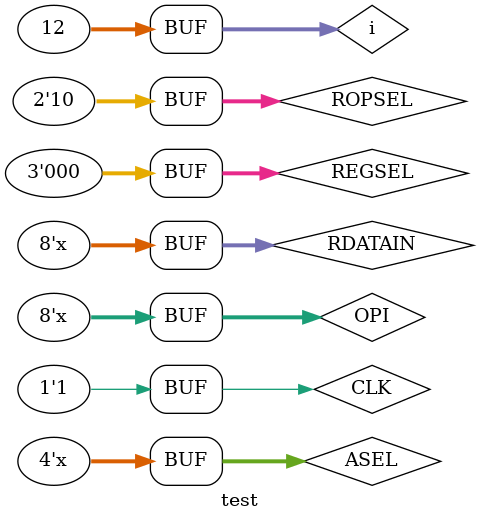
<source format=v>
/*
Attempt to calculate Fibonacci numbers upto 233.
RES <= RS0 + RS1; RS0 > RS1.
RS2 <= RES;
RS1 <= RS0;
*/

module test();
  reg CLK;
  reg [7:0]OPI;
  wire [2:0]FLAG;
  wire [7:0]RES;
  reg [1:0]ROPSEL;
  reg [2:0]REGSEL;
  reg [7:0]RDATAIN;
  wire [7:0]RDATAOUT1;
  wire [7:0]RDATAOUT2;
  reg [3:0]ASEL;
  integer i;
  
  register_stack RS (
  .clk(CLK),
  .ropsel(ROPSEL),
  .regsel(REGSEL),
  .rdatain(RDATAIN),
  .rdataout1(RDATAOUT1),
  .rdataout2(RDATAOUT2));
  
  alu ALU (
  .clk(CLK),
  .op1(RDATAOUT1),
  .op2(RDATAOUT2),
  .opi(OPI),
  .sel(ASEL),
  .res(RES),
  .flag(FLAG));

initial
begin

//Dump Waves.
$dumpfile("dump.vcd");
$dumpvars(1);

CLK <= 1'bz;
OPI <= 8'bz;
ROPSEL <= 2'bz;
REGSEL <= 3'bz;
RDATAIN <= 8'bz;
ASEL <= 4'bz;
#10;

CLK <= 0;
#10;
ROPSEL <= 0;
REGSEL <= 0;
RDATAIN <= 1;
CLK <= 1;
#10;

CLK <= 0;
#10;
ROPSEL <= 0;
REGSEL <= 1;
RDATAIN <= 0;
CLK <= 1;
#10;

CLK <= 0;
#10;
ROPSEL <= 2;
REGSEL <= 0;
ASEL <= 4'bz;
RDATAIN <= 8'bz;
CLK <= 1;
#10;

for ( i = 0; i < 12; i = i + 1)
begin
CLK <= 0;
#10;
ASEL <= 0;
CLK <= 1;
#10;

CLK <= 0;
#10;
ASEL <= 4'bz;
ROPSEL <= 0;
REGSEL <= 2;
RDATAIN <= RES;
CLK <= 1;
#10;

CLK <= 0;
#10;
RDATAIN <= 8'bz;
ROPSEL <= 3;
REGSEL <= 4;
CLK <= 1;
#10;

CLK <= 0;
#10;
ROPSEL <= 3;
REGSEL <= 1;
CLK <= 1;
#10;

CLK <= 0;
#10;
REGSEL <= 0;
ROPSEL <= 2;
CLK <= 1;
#10;
end

#10;

end

endmodule // test
</source>
